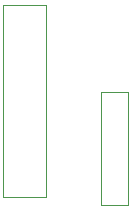
<source format=gbr>
G04 #@! TF.FileFunction,Other,User*
%FSLAX46Y46*%
G04 Gerber Fmt 4.6, Leading zero omitted, Abs format (unit mm)*
G04 Created by KiCad (PCBNEW 4.0.7) date Thu Feb 22 23:31:33 2018*
%MOMM*%
%LPD*%
G01*
G04 APERTURE LIST*
%ADD10C,0.020000*%
%ADD11C,0.050000*%
G04 APERTURE END LIST*
D10*
D11*
X82210500Y-64684500D02*
X82210500Y-80984500D01*
X82210500Y-80984500D02*
X85810500Y-80984500D01*
X85810500Y-80984500D02*
X85810500Y-64684500D01*
X85810500Y-64684500D02*
X82210500Y-64684500D01*
X90480500Y-81595000D02*
X92780500Y-81595000D01*
X92780500Y-81595000D02*
X92780500Y-72045000D01*
X92780500Y-72045000D02*
X90480500Y-72045000D01*
X90480500Y-72045000D02*
X90480500Y-81595000D01*
M02*

</source>
